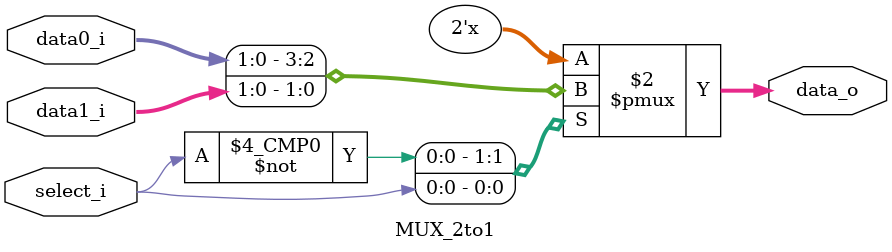
<source format=v>
     
module MUX_2to1(
               data0_i,
               data1_i,
               select_i,
               data_o
               );

parameter size = 2;			   
			
//I/O ports               
input   [size-1:0] data0_i;          
input   [size-1:0] data1_i;
input              select_i;
output  [size-1:0] data_o; 

//Internal Signals
reg     [size-1:0] data_o;

//Main function
always@(*) begin
	case(select_i)
		1'b0: data_o = data0_i;
		1'b1: data_o = data1_i;
	endcase
end

endmodule      
          
          
</source>
